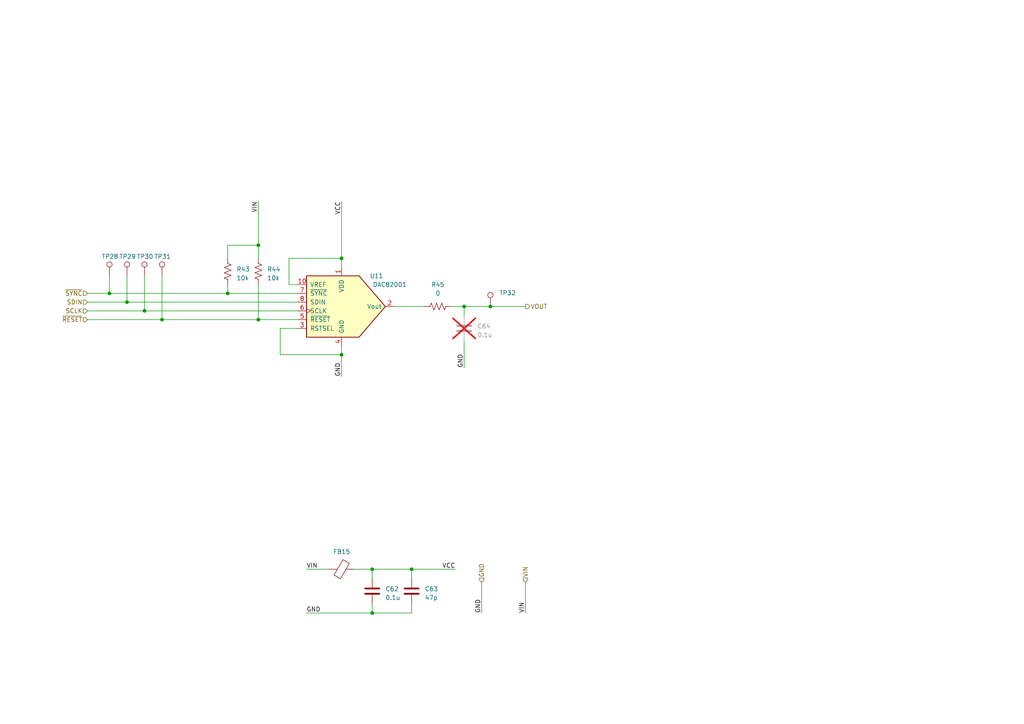
<source format=kicad_sch>
(kicad_sch (version 20250114) (generator "eeschema") (generator_version "9.0")
  (paper "A4")
  (title_block (title "Sonar Pinger") (date "2025-05-03") (rev "0"))
  (lib_symbols
    (symbol "Connector:TestPoint" (pin_numbers (hide yes)) (pin_names (offset 0.762) (hide yes))
      (property "Reference" "TP" (at 0 6.858 0))
      (property "Value" "TestPoint" (at 0 5.08 0))
      (symbol "TestPoint_0_1"
        (circle (center 0 3.302) (radius 0.762))
      )
      (symbol "TestPoint_1_1"
        (pin passive line (at 0 0 90) (length 2.54) (name "1") (number "1"))
      )
    )
    (symbol "Device:C" (pin_numbers (hide yes)) (pin_names (offset 0.254))
      (property "Reference" "C" (at 0.635 2.54 0))
      (property "Value" "C" (at 0.635 -2.54 0))
      (symbol "C_0_1"
        (polyline (pts (xy -2.032 0.762) (xy 2.032 0.762)) (stroke (width 0.508)))
        (polyline (pts (xy -2.032 -0.762) (xy 2.032 -0.762)) (stroke (width 0.508)))
      )
      (symbol "C_1_1"
        (pin passive line (at 0 3.81 270) (length 2.794) (name "~") (number "1"))
        (pin passive line (at 0 -3.81 90) (length 2.794) (name "~") (number "2"))
      )
    )
    (symbol "Device:FerriteBead" (pin_numbers (hide yes)) (pin_names (offset 0))
      (property "Reference" "FB" (at -3.81 0.635 90))
      (property "Value" "FerriteBead" (at 3.81 0 90))
      (symbol "FerriteBead_0_1"
        (polyline (pts (xy -2.7686 0.4064) (xy -1.7018 2.2606) (xy 2.7686 -0.3048) (xy 1.6764 -2.159) (xy -2.7686 0.4064)))
        (polyline (pts (xy 0 1.27) (xy 0 1.2954)))
        (polyline (pts (xy 0 -1.27) (xy 0 -1.2192)))
      )
      (symbol "FerriteBead_1_1"
        (pin passive line (at 0 3.81 270) (length 2.54) (name "~") (number "1"))
        (pin passive line (at 0 -3.81 90) (length 2.54) (name "~") (number "2"))
      )
    )
    (symbol "Device:R_US" (pin_numbers (hide yes)) (pin_names (offset 0))
      (property "Reference" "R" (at 2.54 0 90))
      (property "Value" "R_US" (at -2.54 0 90))
      (symbol "R_US_0_1"
        (polyline (pts (xy 0 2.286) (xy 0 2.54)))
        (polyline (pts (xy 0 2.286) (xy 1.016 1.905) (xy 0 1.524) (xy -1.016 1.143) (xy 0 0.762)))
        (polyline (pts (xy 0 0.762) (xy 1.016 0.381) (xy 0 0) (xy -1.016 -0.381) (xy 0 -0.762)))
        (polyline (pts (xy 0 -0.762) (xy 1.016 -1.143) (xy 0 -1.524) (xy -1.016 -1.905) (xy 0 -2.286)))
        (polyline (pts (xy 0 -2.286) (xy 0 -2.54)))
      )
      (symbol "R_US_1_1"
        (pin passive line (at 0 3.81 270) (length 1.27) (name "~") (number "1"))
        (pin passive line (at 0 -3.81 90) (length 1.27) (name "~") (number "2"))
      )
    )
    (symbol "pd_symbols:DAC82001" (pin_names (offset 1.016))
      (property "Reference" "U" (at 1.27 12.065 0))
      (property "Value" "DAC82001" (at 1.27 10.16 0))
      (symbol "DAC82001_0_0"
        (polyline (pts (xy 12.7 0) (xy 5.08 8.89) (xy -10.16 8.89) (xy -10.16 -8.89) (xy 5.08 -8.89) (xy 12.7 0)) (stroke (width 0.254)) (fill (type background)))
      )
      (symbol "DAC82001_1_0"
        (pin no_connect line (at 17.78 -10.16 0) (length 2.54) (hide yes) (name "NC") (number "9"))
      )
      (symbol "DAC82001_1_1"
        (pin input line (at -12.7 6.35 0) (length 2.54) (name "VREF") (number "10"))
        (pin input line (at -12.7 3.81 0) (length 2.54) (name "~{SYNC}") (number "7"))
        (pin input line (at -12.7 1.27 0) (length 2.54) (name "SDIN") (number "8"))
        (pin input clock (at -12.7 -1.27 0) (length 2.54) (name "SCLK") (number "6"))
        (pin input line (at -12.7 -3.81 0) (length 2.54) (name "~{RESET}") (number "5"))
        (pin input line (at -12.7 -6.35 0) (length 2.54) (name "RSTSEL") (number "3"))
        (pin power_in line (at 0 11.43 270) (length 2.54) (name "VDD") (number "1"))
        (pin power_in line (at 0 -11.43 90) (length 2.54) (name "GND") (number "4"))
        (pin output line (at 15.24 0 180) (length 2.54) (name "Vout") (number "2"))
      )
    )
  )
  (junction (at 36.83 87.63))
  (junction (at 74.93 92.71))
  (junction (at 99.06 102.87))
  (junction (at 107.95 177.8))
  (junction (at 142.24 88.9))
  (junction (at 107.95 165.1))
  (junction (at 74.93 71.12))
  (junction (at 66.04 85.09))
  (junction (at 134.62 88.9))
  (junction (at 99.06 74.93))
  (junction (at 41.91 90.17))
  (junction (at 119.38 165.1))
  (junction (at 31.75 85.09))
  (junction (at 46.99 92.71))
  (wire (pts (xy 83.82 74.93) (xy 99.06 74.93)))
  (wire (pts (xy 139.7 168.91) (xy 139.7 177.8)))
  (wire (pts (xy 88.9 177.8) (xy 107.95 177.8)))
  (wire (pts (xy 36.83 80.01) (xy 36.83 87.63)))
  (wire (pts (xy 66.04 85.09) (xy 86.36 85.09)))
  (wire (pts (xy 25.4 92.71) (xy 46.99 92.71)))
  (wire (pts (xy 74.93 92.71) (xy 86.36 92.71)))
  (wire (pts (xy 99.06 74.93) (xy 99.06 77.47)))
  (wire (pts (xy 25.4 85.09) (xy 31.75 85.09)))
  (wire (pts (xy 107.95 177.8) (xy 119.38 177.8)))
  (wire (pts (xy 25.4 90.17) (xy 41.91 90.17)))
  (wire (pts (xy 66.04 82.55) (xy 66.04 85.09)))
  (wire (pts (xy 25.4 87.63) (xy 36.83 87.63)))
  (wire (pts (xy 99.06 100.33) (xy 99.06 102.87)))
  (wire (pts (xy 66.04 71.12) (xy 74.93 71.12)))
  (wire (pts (xy 41.91 90.17) (xy 86.36 90.17)))
  (wire (pts (xy 134.62 88.9) (xy 134.62 91.44)))
  (wire (pts (xy 46.99 80.01) (xy 46.99 92.71)))
  (wire (pts (xy 99.06 58.42) (xy 99.06 74.93)))
  (wire (pts (xy 119.38 167.64) (xy 119.38 165.1)))
  (wire (pts (xy 81.28 102.87) (xy 99.06 102.87)))
  (wire (pts (xy 31.75 85.09) (xy 66.04 85.09)))
  (wire (pts (xy 130.81 88.9) (xy 134.62 88.9)))
  (wire (pts (xy 119.38 165.1) (xy 132.08 165.1)))
  (wire (pts (xy 134.62 99.06) (xy 134.62 106.68)))
  (wire (pts (xy 119.38 175.26) (xy 119.38 177.8)))
  (wire (pts (xy 134.62 88.9) (xy 142.24 88.9)))
  (wire (pts (xy 107.95 167.64) (xy 107.95 165.1)))
  (wire (pts (xy 86.36 82.55) (xy 83.82 82.55)))
  (wire (pts (xy 74.93 74.93) (xy 74.93 71.12)))
  (wire (pts (xy 86.36 95.25) (xy 81.28 95.25)))
  (wire (pts (xy 66.04 74.93) (xy 66.04 71.12)))
  (wire (pts (xy 102.87 165.1) (xy 107.95 165.1)))
  (wire (pts (xy 88.9 165.1) (xy 95.25 165.1)))
  (wire (pts (xy 81.28 95.25) (xy 81.28 102.87)))
  (wire (pts (xy 46.99 92.71) (xy 74.93 92.71)))
  (wire (pts (xy 36.83 87.63) (xy 86.36 87.63)))
  (wire (pts (xy 31.75 80.01) (xy 31.75 85.09)))
  (wire (pts (xy 107.95 165.1) (xy 119.38 165.1)))
  (wire (pts (xy 74.93 82.55) (xy 74.93 92.71)))
  (wire (pts (xy 41.91 80.01) (xy 41.91 90.17)))
  (wire (pts (xy 114.3 88.9) (xy 123.19 88.9)))
  (wire (pts (xy 152.4 168.91) (xy 152.4 177.8)))
  (wire (pts (xy 74.93 58.42) (xy 74.93 71.12)))
  (wire (pts (xy 107.95 175.26) (xy 107.95 177.8)))
  (wire (pts (xy 83.82 82.55) (xy 83.82 74.93)))
  (wire (pts (xy 99.06 102.87) (xy 99.06 109.22)))
  (wire (pts (xy 142.24 88.9) (xy 152.4 88.9)))
  (label "GND" (at 139.7 177.8 90))
  (label "VIN" (at 88.9 165.1 0))
  (label "GND" (at 88.9 177.8 0))
  (label "VIN" (at 74.93 58.42 270))
  (label "VCC" (at 132.08 165.1 180))
  (label "GND" (at 134.62 106.68 90))
  (label "VIN" (at 152.4 177.8 90))
  (label "GND" (at 99.06 109.22 90))
  (label "VCC" (at 99.06 58.42 270))
  (hierarchical_label "VIN" (shape input) (at 152.4 168.91 90))
  (hierarchical_label "GND" (shape input) (at 139.7 168.91 90))
  (hierarchical_label "~{RESET}" (shape input) (at 25.4 92.71 180))
  (hierarchical_label "SCLK" (shape input) (at 25.4 90.17 180))
  (hierarchical_label "VOUT" (shape output) (at 152.4 88.9 0))
  (hierarchical_label "~{SYNC}" (shape input) (at 25.4 85.09 180))
  (hierarchical_label "SDIN" (shape input) (at 25.4 87.63 180))
  (symbol (lib_id "Connector:TestPoint") (at 36.83 80.01 0) (unit 1)
    (property "Reference" "TP29" (at 34.544 74.422 0) (effects (justify left)))
    (property "Value" "TestPoint" (effects (hide yes)))
    (property "Footprint" "pd_footprints:TestPoint_THTPad_D1.8mm_Drill1.2mm" (effects (hide yes)))
    (property "Description" "test point" (effects (hide yes)))
  )
  (symbol (lib_id "Device:C") (at 119.38 171.45 180) (unit 1)
    (property "Reference" "C63" (at 123.19 170.815 0) (effects (justify right)))
    (property "Value" "47p" (at 123.19 173.355 0) (effects (justify right)))
    (property "Footprint" "Capacitor_SMD:C_0603_1608Metric" (effects (hide yes)))
    (property "Description" "Unpolarized capacitor" (effects (hide yes)))
  )
  (symbol (lib_id "pd_symbols:DAC82001") (at 99.06 88.9 0) (unit 1)
    (property "Reference" "U11" (at 109.22 80.01 0))
    (property "Value" "DAC82001" (at 113.03 82.55 0))
    (property "Footprint" "pd_footprints:WSON-10-2.5x2.5mm_P0.5mm" (effects (hide yes)))
    (property "Datasheet" "https://www.ti.com/lit/ds/symlink/dac82001.pdf" (effects (hide yes)))
    (property "Description" "16-Bit, Low-Glitch, Single-Channel Voltage-Output, Unbuffered DAC" (effects (hide yes)))
  )
  (symbol (lib_id "Device:R_US") (at 127 88.9 90) (unit 1)
    (property "Reference" "R45" (at 127 82.55 90))
    (property "Value" "0" (at 127 85.09 90))
    (property "Footprint" "Resistor_SMD:R_0603_1608Metric" (effects (hide yes)))
    (property "Description" "Resistor, US symbol" (effects (hide yes)))
  )
  (symbol (lib_id "Device:C") (at 107.95 171.45 180) (unit 1)
    (property "Reference" "C62" (at 111.76 170.815 0) (effects (justify right)))
    (property "Value" "0.1u" (at 111.76 173.355 0) (effects (justify right)))
    (property "Footprint" "Capacitor_SMD:C_0603_1608Metric" (effects (hide yes)))
    (property "Description" "Unpolarized capacitor" (effects (hide yes)))
  )
  (symbol (lib_id "Connector:TestPoint") (at 41.91 80.01 0) (unit 1)
    (property "Reference" "TP30" (at 39.624 74.422 0) (effects (justify left)))
    (property "Value" "TestPoint" (effects (hide yes)))
    (property "Footprint" "pd_footprints:TestPoint_THTPad_D1.8mm_Drill1.2mm" (effects (hide yes)))
    (property "Description" "test point" (effects (hide yes)))
  )
  (symbol (lib_id "Connector:TestPoint") (at 31.75 80.01 0) (unit 1)
    (property "Reference" "TP28" (at 29.464 74.422 0) (effects (justify left)))
    (property "Value" "TestPoint" (effects (hide yes)))
    (property "Footprint" "pd_footprints:TestPoint_THTPad_D1.8mm_Drill1.2mm" (effects (hide yes)))
    (property "Description" "test point" (effects (hide yes)))
  )
  (symbol (lib_id "Device:R_US") (at 66.04 78.74 0) (unit 1)
    (property "Reference" "R43" (at 68.58 78.105 0) (effects (justify left)))
    (property "Value" "10k" (at 68.58 80.645 0) (effects (justify left)))
    (property "Footprint" "Resistor_SMD:R_0603_1608Metric" (effects (hide yes)))
    (property "Description" "Resistor, US symbol" (effects (hide yes)))
  )
  (symbol (lib_id "Device:R_US") (at 74.93 78.74 0) (unit 1)
    (property "Reference" "R44" (at 77.47 78.105 0) (effects (justify left)))
    (property "Value" "10k" (at 77.47 80.645 0) (effects (justify left)))
    (property "Footprint" "Resistor_SMD:R_0603_1608Metric" (effects (hide yes)))
    (property "Description" "Resistor, US symbol" (effects (hide yes)))
  )
  (symbol (lib_id "Connector:TestPoint") (at 46.99 80.01 0) (unit 1)
    (property "Reference" "TP31" (at 44.704 74.422 0) (effects (justify left)))
    (property "Value" "TestPoint" (effects (hide yes)))
    (property "Footprint" "pd_footprints:TestPoint_THTPad_D1.8mm_Drill1.2mm" (effects (hide yes)))
    (property "Description" "test point" (effects (hide yes)))
  )
  (symbol (lib_id "Connector:TestPoint") (at 142.24 88.9 0) (unit 1)
    (property "Reference" "TP32" (at 144.78 84.963 0) (effects (justify left)))
    (property "Value" "TestPoint" (effects (hide yes)))
    (property "Footprint" "pd_footprints:TestPoint_THTPad_D1.8mm_Drill1.2mm" (effects (hide yes)))
    (property "Description" "test point" (effects (hide yes)))
  )
  (symbol (lib_id "Device:C") (at 134.62 95.25 180) (unit 1) (dnp yes)
    (property "Reference" "C64" (at 138.43 94.615 0) (effects (justify right)))
    (property "Value" "0.1u" (at 138.43 97.155 0) (effects (justify right)))
    (property "Footprint" "Capacitor_SMD:C_0603_1608Metric" (effects (hide yes)))
    (property "Description" "Unpolarized capacitor" (effects (hide yes)))
  )
  (symbol (lib_id "Device:FerriteBead") (at 99.06 165.1 270) (unit 1)
    (property "Reference" "FB15" (at 99.1108 160.02 90))
    (property "Value" "FerriteBead" (effects (hide yes)))
    (property "Footprint" "Inductor_SMD:L_0603_1608Metric" (effects (hide yes)))
    (property "Description" "Ferrite bead" (effects (hide yes)))
  )
)
</source>
